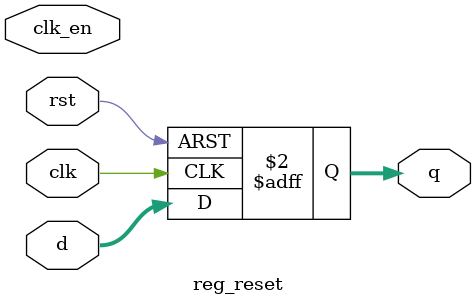
<source format=sv>

module reg_reset
    #(
        parameter N = 32
    )
    (
        input logic clk, clk_en, rst,
        input logic [N-1:0] d,
        output logic [N-1:0] q
    );
    
    always_ff @(posedge clk, posedge rst)
        if (rst)
            q <= 0;
        else
            q <= d;
endmodule

</source>
